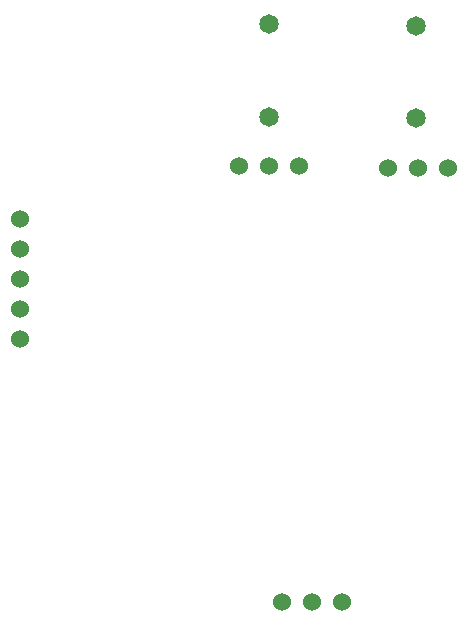
<source format=gbl>
G04*
G04 #@! TF.GenerationSoftware,Altium Limited,Altium Designer,25.1.2 (22)*
G04*
G04 Layer_Physical_Order=2*
G04 Layer_Color=16711680*
%FSLAX44Y44*%
%MOMM*%
G71*
G04*
G04 #@! TF.SameCoordinates,396CCE72-0539-44A8-A966-444F56D6D9DB*
G04*
G04*
G04 #@! TF.FilePolarity,Positive*
G04*
G01*
G75*
%ADD19C,1.5240*%
%ADD20C,1.6500*%
D19*
X530860Y749300D02*
D03*
Y723900D02*
D03*
Y647700D02*
D03*
Y673100D02*
D03*
Y698500D02*
D03*
X716280Y793750D02*
D03*
X767080D02*
D03*
X741680D02*
D03*
X842010Y792480D02*
D03*
X892810D02*
D03*
X867410D02*
D03*
X752220Y424934D02*
D03*
X803020D02*
D03*
X777620D02*
D03*
D20*
X741680Y914030D02*
D03*
Y836030D02*
D03*
X866140Y912760D02*
D03*
Y834760D02*
D03*
M02*

</source>
